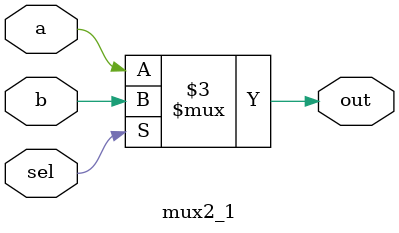
<source format=v>
/* 三目运算符写法
module mux2_1(
    input a,
    input b,
    input sel,
    output out
);

assign out = sel?b:a;

endmodule*/

//if-else写法
module mux2_1(
    input a,
    input b,
    input sel,
    output reg out
);
always @(*) begin
    if(sel)
        out <= b;
    else 
        out <= a;
end


endmodule

</source>
